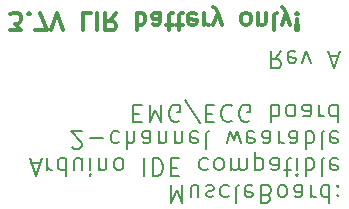
<source format=gbo>
G04 (created by PCBNEW (2013-05-31 BZR 4019)-stable) date 6/2/2014 4:22:05 PM*
%MOIN*%
G04 Gerber Fmt 3.4, Leading zero omitted, Abs format*
%FSLAX34Y34*%
G01*
G70*
G90*
G04 APERTURE LIST*
%ADD10C,0.00590551*%
%ADD11C,0.007*%
%ADD12C,0.011811*%
G04 APERTURE END LIST*
G54D10*
G54D11*
X85841Y-38810D02*
X85841Y-39401D01*
X86038Y-38979D01*
X86235Y-39401D01*
X86235Y-38810D01*
X86769Y-39204D02*
X86769Y-38810D01*
X86516Y-39204D02*
X86516Y-38895D01*
X86544Y-38839D01*
X86600Y-38810D01*
X86684Y-38810D01*
X86741Y-38839D01*
X86769Y-38867D01*
X87022Y-38839D02*
X87078Y-38810D01*
X87191Y-38810D01*
X87247Y-38839D01*
X87275Y-38895D01*
X87275Y-38923D01*
X87247Y-38979D01*
X87191Y-39007D01*
X87106Y-39007D01*
X87050Y-39035D01*
X87022Y-39092D01*
X87022Y-39120D01*
X87050Y-39176D01*
X87106Y-39204D01*
X87191Y-39204D01*
X87247Y-39176D01*
X87781Y-38839D02*
X87725Y-38810D01*
X87612Y-38810D01*
X87556Y-38839D01*
X87528Y-38867D01*
X87500Y-38923D01*
X87500Y-39092D01*
X87528Y-39148D01*
X87556Y-39176D01*
X87612Y-39204D01*
X87725Y-39204D01*
X87781Y-39176D01*
X88119Y-38810D02*
X88062Y-38839D01*
X88034Y-38895D01*
X88034Y-39401D01*
X88569Y-38839D02*
X88512Y-38810D01*
X88400Y-38810D01*
X88344Y-38839D01*
X88316Y-38895D01*
X88316Y-39120D01*
X88344Y-39176D01*
X88400Y-39204D01*
X88512Y-39204D01*
X88569Y-39176D01*
X88597Y-39120D01*
X88597Y-39064D01*
X88316Y-39007D01*
X89047Y-39120D02*
X89131Y-39092D01*
X89159Y-39064D01*
X89187Y-39007D01*
X89187Y-38923D01*
X89159Y-38867D01*
X89131Y-38839D01*
X89075Y-38810D01*
X88850Y-38810D01*
X88850Y-39401D01*
X89047Y-39401D01*
X89103Y-39373D01*
X89131Y-39345D01*
X89159Y-39289D01*
X89159Y-39232D01*
X89131Y-39176D01*
X89103Y-39148D01*
X89047Y-39120D01*
X88850Y-39120D01*
X89525Y-38810D02*
X89469Y-38839D01*
X89440Y-38867D01*
X89412Y-38923D01*
X89412Y-39092D01*
X89440Y-39148D01*
X89469Y-39176D01*
X89525Y-39204D01*
X89609Y-39204D01*
X89665Y-39176D01*
X89693Y-39148D01*
X89722Y-39092D01*
X89722Y-38923D01*
X89693Y-38867D01*
X89665Y-38839D01*
X89609Y-38810D01*
X89525Y-38810D01*
X90228Y-38810D02*
X90228Y-39120D01*
X90200Y-39176D01*
X90143Y-39204D01*
X90031Y-39204D01*
X89975Y-39176D01*
X90228Y-38839D02*
X90172Y-38810D01*
X90031Y-38810D01*
X89975Y-38839D01*
X89947Y-38895D01*
X89947Y-38951D01*
X89975Y-39007D01*
X90031Y-39035D01*
X90172Y-39035D01*
X90228Y-39064D01*
X90509Y-38810D02*
X90509Y-39204D01*
X90509Y-39092D02*
X90537Y-39148D01*
X90565Y-39176D01*
X90621Y-39204D01*
X90678Y-39204D01*
X91128Y-38810D02*
X91128Y-39401D01*
X91128Y-38839D02*
X91071Y-38810D01*
X90959Y-38810D01*
X90903Y-38839D01*
X90875Y-38867D01*
X90846Y-38923D01*
X90846Y-39092D01*
X90875Y-39148D01*
X90903Y-39176D01*
X90959Y-39204D01*
X91071Y-39204D01*
X91128Y-39176D01*
X91409Y-38867D02*
X91437Y-38839D01*
X91409Y-38810D01*
X91381Y-38839D01*
X91409Y-38867D01*
X91409Y-38810D01*
X91409Y-39176D02*
X91437Y-39148D01*
X91409Y-39120D01*
X91381Y-39148D01*
X91409Y-39176D01*
X91409Y-39120D01*
X81201Y-38082D02*
X81482Y-38082D01*
X81145Y-37914D02*
X81341Y-38504D01*
X81538Y-37914D01*
X81735Y-37914D02*
X81735Y-38307D01*
X81735Y-38195D02*
X81763Y-38251D01*
X81791Y-38279D01*
X81848Y-38307D01*
X81904Y-38307D01*
X82354Y-37914D02*
X82354Y-38504D01*
X82354Y-37942D02*
X82298Y-37914D01*
X82185Y-37914D01*
X82129Y-37942D01*
X82101Y-37970D01*
X82073Y-38026D01*
X82073Y-38195D01*
X82101Y-38251D01*
X82129Y-38279D01*
X82185Y-38307D01*
X82298Y-38307D01*
X82354Y-38279D01*
X82888Y-38307D02*
X82888Y-37914D01*
X82635Y-38307D02*
X82635Y-37998D01*
X82663Y-37942D01*
X82719Y-37914D01*
X82804Y-37914D01*
X82860Y-37942D01*
X82888Y-37970D01*
X83169Y-37914D02*
X83169Y-38307D01*
X83169Y-38504D02*
X83141Y-38476D01*
X83169Y-38448D01*
X83197Y-38476D01*
X83169Y-38504D01*
X83169Y-38448D01*
X83451Y-38307D02*
X83451Y-37914D01*
X83451Y-38251D02*
X83479Y-38279D01*
X83535Y-38307D01*
X83619Y-38307D01*
X83675Y-38279D01*
X83704Y-38223D01*
X83704Y-37914D01*
X84069Y-37914D02*
X84013Y-37942D01*
X83985Y-37970D01*
X83957Y-38026D01*
X83957Y-38195D01*
X83985Y-38251D01*
X84013Y-38279D01*
X84069Y-38307D01*
X84154Y-38307D01*
X84210Y-38279D01*
X84238Y-38251D01*
X84266Y-38195D01*
X84266Y-38026D01*
X84238Y-37970D01*
X84210Y-37942D01*
X84154Y-37914D01*
X84069Y-37914D01*
X84969Y-37914D02*
X84969Y-38504D01*
X85250Y-37914D02*
X85250Y-38504D01*
X85391Y-38504D01*
X85475Y-38476D01*
X85532Y-38420D01*
X85560Y-38364D01*
X85588Y-38251D01*
X85588Y-38167D01*
X85560Y-38054D01*
X85532Y-37998D01*
X85475Y-37942D01*
X85391Y-37914D01*
X85250Y-37914D01*
X85841Y-38223D02*
X86038Y-38223D01*
X86122Y-37914D02*
X85841Y-37914D01*
X85841Y-38504D01*
X86122Y-38504D01*
X87078Y-37942D02*
X87022Y-37914D01*
X86909Y-37914D01*
X86853Y-37942D01*
X86825Y-37970D01*
X86797Y-38026D01*
X86797Y-38195D01*
X86825Y-38251D01*
X86853Y-38279D01*
X86909Y-38307D01*
X87022Y-38307D01*
X87078Y-38279D01*
X87416Y-37914D02*
X87359Y-37942D01*
X87331Y-37970D01*
X87303Y-38026D01*
X87303Y-38195D01*
X87331Y-38251D01*
X87359Y-38279D01*
X87416Y-38307D01*
X87500Y-38307D01*
X87556Y-38279D01*
X87584Y-38251D01*
X87612Y-38195D01*
X87612Y-38026D01*
X87584Y-37970D01*
X87556Y-37942D01*
X87500Y-37914D01*
X87416Y-37914D01*
X87866Y-37914D02*
X87866Y-38307D01*
X87866Y-38251D02*
X87894Y-38279D01*
X87950Y-38307D01*
X88034Y-38307D01*
X88091Y-38279D01*
X88119Y-38223D01*
X88119Y-37914D01*
X88119Y-38223D02*
X88147Y-38279D01*
X88203Y-38307D01*
X88287Y-38307D01*
X88344Y-38279D01*
X88372Y-38223D01*
X88372Y-37914D01*
X88653Y-38307D02*
X88653Y-37717D01*
X88653Y-38279D02*
X88709Y-38307D01*
X88822Y-38307D01*
X88878Y-38279D01*
X88906Y-38251D01*
X88934Y-38195D01*
X88934Y-38026D01*
X88906Y-37970D01*
X88878Y-37942D01*
X88822Y-37914D01*
X88709Y-37914D01*
X88653Y-37942D01*
X89440Y-37914D02*
X89440Y-38223D01*
X89412Y-38279D01*
X89356Y-38307D01*
X89244Y-38307D01*
X89187Y-38279D01*
X89440Y-37942D02*
X89384Y-37914D01*
X89244Y-37914D01*
X89187Y-37942D01*
X89159Y-37998D01*
X89159Y-38054D01*
X89187Y-38111D01*
X89244Y-38139D01*
X89384Y-38139D01*
X89440Y-38167D01*
X89637Y-38307D02*
X89862Y-38307D01*
X89722Y-38504D02*
X89722Y-37998D01*
X89750Y-37942D01*
X89806Y-37914D01*
X89862Y-37914D01*
X90059Y-37914D02*
X90059Y-38307D01*
X90059Y-38504D02*
X90031Y-38476D01*
X90059Y-38448D01*
X90087Y-38476D01*
X90059Y-38504D01*
X90059Y-38448D01*
X90340Y-37914D02*
X90340Y-38504D01*
X90340Y-38279D02*
X90397Y-38307D01*
X90509Y-38307D01*
X90565Y-38279D01*
X90593Y-38251D01*
X90621Y-38195D01*
X90621Y-38026D01*
X90593Y-37970D01*
X90565Y-37942D01*
X90509Y-37914D01*
X90397Y-37914D01*
X90340Y-37942D01*
X90959Y-37914D02*
X90903Y-37942D01*
X90875Y-37998D01*
X90875Y-38504D01*
X91409Y-37942D02*
X91353Y-37914D01*
X91240Y-37914D01*
X91184Y-37942D01*
X91156Y-37998D01*
X91156Y-38223D01*
X91184Y-38279D01*
X91240Y-38307D01*
X91353Y-38307D01*
X91409Y-38279D01*
X91437Y-38223D01*
X91437Y-38167D01*
X91156Y-38111D01*
X82551Y-37551D02*
X82579Y-37579D01*
X82635Y-37607D01*
X82776Y-37607D01*
X82832Y-37579D01*
X82860Y-37551D01*
X82888Y-37495D01*
X82888Y-37439D01*
X82860Y-37354D01*
X82523Y-37017D01*
X82888Y-37017D01*
X83141Y-37242D02*
X83591Y-37242D01*
X84125Y-37045D02*
X84069Y-37017D01*
X83957Y-37017D01*
X83900Y-37045D01*
X83872Y-37073D01*
X83844Y-37129D01*
X83844Y-37298D01*
X83872Y-37354D01*
X83900Y-37383D01*
X83957Y-37411D01*
X84069Y-37411D01*
X84125Y-37383D01*
X84379Y-37017D02*
X84379Y-37607D01*
X84632Y-37017D02*
X84632Y-37326D01*
X84603Y-37383D01*
X84547Y-37411D01*
X84463Y-37411D01*
X84407Y-37383D01*
X84379Y-37354D01*
X85166Y-37017D02*
X85166Y-37326D01*
X85138Y-37383D01*
X85082Y-37411D01*
X84969Y-37411D01*
X84913Y-37383D01*
X85166Y-37045D02*
X85110Y-37017D01*
X84969Y-37017D01*
X84913Y-37045D01*
X84885Y-37101D01*
X84885Y-37158D01*
X84913Y-37214D01*
X84969Y-37242D01*
X85110Y-37242D01*
X85166Y-37270D01*
X85447Y-37411D02*
X85447Y-37017D01*
X85447Y-37354D02*
X85475Y-37383D01*
X85532Y-37411D01*
X85616Y-37411D01*
X85672Y-37383D01*
X85700Y-37326D01*
X85700Y-37017D01*
X85981Y-37411D02*
X85981Y-37017D01*
X85981Y-37354D02*
X86010Y-37383D01*
X86066Y-37411D01*
X86150Y-37411D01*
X86206Y-37383D01*
X86235Y-37326D01*
X86235Y-37017D01*
X86741Y-37045D02*
X86684Y-37017D01*
X86572Y-37017D01*
X86516Y-37045D01*
X86488Y-37101D01*
X86488Y-37326D01*
X86516Y-37383D01*
X86572Y-37411D01*
X86684Y-37411D01*
X86741Y-37383D01*
X86769Y-37326D01*
X86769Y-37270D01*
X86488Y-37214D01*
X87106Y-37017D02*
X87050Y-37045D01*
X87022Y-37101D01*
X87022Y-37607D01*
X87725Y-37411D02*
X87837Y-37017D01*
X87950Y-37298D01*
X88062Y-37017D01*
X88175Y-37411D01*
X88625Y-37045D02*
X88569Y-37017D01*
X88456Y-37017D01*
X88400Y-37045D01*
X88372Y-37101D01*
X88372Y-37326D01*
X88400Y-37383D01*
X88456Y-37411D01*
X88569Y-37411D01*
X88625Y-37383D01*
X88653Y-37326D01*
X88653Y-37270D01*
X88372Y-37214D01*
X89159Y-37017D02*
X89159Y-37326D01*
X89131Y-37383D01*
X89075Y-37411D01*
X88962Y-37411D01*
X88906Y-37383D01*
X89159Y-37045D02*
X89103Y-37017D01*
X88962Y-37017D01*
X88906Y-37045D01*
X88878Y-37101D01*
X88878Y-37158D01*
X88906Y-37214D01*
X88962Y-37242D01*
X89103Y-37242D01*
X89159Y-37270D01*
X89440Y-37017D02*
X89440Y-37411D01*
X89440Y-37298D02*
X89469Y-37354D01*
X89497Y-37383D01*
X89553Y-37411D01*
X89609Y-37411D01*
X90059Y-37017D02*
X90059Y-37326D01*
X90031Y-37383D01*
X89975Y-37411D01*
X89862Y-37411D01*
X89806Y-37383D01*
X90059Y-37045D02*
X90003Y-37017D01*
X89862Y-37017D01*
X89806Y-37045D01*
X89778Y-37101D01*
X89778Y-37158D01*
X89806Y-37214D01*
X89862Y-37242D01*
X90003Y-37242D01*
X90059Y-37270D01*
X90340Y-37017D02*
X90340Y-37607D01*
X90340Y-37383D02*
X90397Y-37411D01*
X90509Y-37411D01*
X90565Y-37383D01*
X90593Y-37354D01*
X90621Y-37298D01*
X90621Y-37129D01*
X90593Y-37073D01*
X90565Y-37045D01*
X90509Y-37017D01*
X90397Y-37017D01*
X90340Y-37045D01*
X90959Y-37017D02*
X90903Y-37045D01*
X90875Y-37101D01*
X90875Y-37607D01*
X91409Y-37045D02*
X91353Y-37017D01*
X91240Y-37017D01*
X91184Y-37045D01*
X91156Y-37101D01*
X91156Y-37326D01*
X91184Y-37383D01*
X91240Y-37411D01*
X91353Y-37411D01*
X91409Y-37383D01*
X91437Y-37326D01*
X91437Y-37270D01*
X91156Y-37214D01*
X84603Y-36429D02*
X84800Y-36429D01*
X84885Y-36120D02*
X84603Y-36120D01*
X84603Y-36711D01*
X84885Y-36711D01*
X85138Y-36120D02*
X85138Y-36711D01*
X85335Y-36289D01*
X85532Y-36711D01*
X85532Y-36120D01*
X86122Y-36683D02*
X86066Y-36711D01*
X85981Y-36711D01*
X85897Y-36683D01*
X85841Y-36626D01*
X85813Y-36570D01*
X85785Y-36458D01*
X85785Y-36373D01*
X85813Y-36261D01*
X85841Y-36205D01*
X85897Y-36148D01*
X85981Y-36120D01*
X86038Y-36120D01*
X86122Y-36148D01*
X86150Y-36176D01*
X86150Y-36373D01*
X86038Y-36373D01*
X86825Y-36739D02*
X86319Y-35980D01*
X87022Y-36429D02*
X87219Y-36429D01*
X87303Y-36120D02*
X87022Y-36120D01*
X87022Y-36711D01*
X87303Y-36711D01*
X87894Y-36176D02*
X87866Y-36148D01*
X87781Y-36120D01*
X87725Y-36120D01*
X87641Y-36148D01*
X87584Y-36205D01*
X87556Y-36261D01*
X87528Y-36373D01*
X87528Y-36458D01*
X87556Y-36570D01*
X87584Y-36626D01*
X87641Y-36683D01*
X87725Y-36711D01*
X87781Y-36711D01*
X87866Y-36683D01*
X87894Y-36654D01*
X88456Y-36683D02*
X88400Y-36711D01*
X88316Y-36711D01*
X88231Y-36683D01*
X88175Y-36626D01*
X88147Y-36570D01*
X88119Y-36458D01*
X88119Y-36373D01*
X88147Y-36261D01*
X88175Y-36205D01*
X88231Y-36148D01*
X88316Y-36120D01*
X88372Y-36120D01*
X88456Y-36148D01*
X88484Y-36176D01*
X88484Y-36373D01*
X88372Y-36373D01*
X89187Y-36120D02*
X89187Y-36711D01*
X89187Y-36486D02*
X89244Y-36514D01*
X89356Y-36514D01*
X89412Y-36486D01*
X89440Y-36458D01*
X89469Y-36401D01*
X89469Y-36233D01*
X89440Y-36176D01*
X89412Y-36148D01*
X89356Y-36120D01*
X89244Y-36120D01*
X89187Y-36148D01*
X89806Y-36120D02*
X89750Y-36148D01*
X89722Y-36176D01*
X89693Y-36233D01*
X89693Y-36401D01*
X89722Y-36458D01*
X89750Y-36486D01*
X89806Y-36514D01*
X89890Y-36514D01*
X89947Y-36486D01*
X89975Y-36458D01*
X90003Y-36401D01*
X90003Y-36233D01*
X89975Y-36176D01*
X89947Y-36148D01*
X89890Y-36120D01*
X89806Y-36120D01*
X90509Y-36120D02*
X90509Y-36429D01*
X90481Y-36486D01*
X90425Y-36514D01*
X90312Y-36514D01*
X90256Y-36486D01*
X90509Y-36148D02*
X90453Y-36120D01*
X90312Y-36120D01*
X90256Y-36148D01*
X90228Y-36205D01*
X90228Y-36261D01*
X90256Y-36317D01*
X90312Y-36345D01*
X90453Y-36345D01*
X90509Y-36373D01*
X90790Y-36120D02*
X90790Y-36514D01*
X90790Y-36401D02*
X90818Y-36458D01*
X90846Y-36486D01*
X90903Y-36514D01*
X90959Y-36514D01*
X91409Y-36120D02*
X91409Y-36711D01*
X91409Y-36148D02*
X91353Y-36120D01*
X91240Y-36120D01*
X91184Y-36148D01*
X91156Y-36176D01*
X91128Y-36233D01*
X91128Y-36401D01*
X91156Y-36458D01*
X91184Y-36486D01*
X91240Y-36514D01*
X91353Y-36514D01*
X91409Y-36486D01*
X89525Y-34327D02*
X89328Y-34608D01*
X89187Y-34327D02*
X89187Y-34917D01*
X89412Y-34917D01*
X89469Y-34889D01*
X89497Y-34861D01*
X89525Y-34805D01*
X89525Y-34720D01*
X89497Y-34664D01*
X89469Y-34636D01*
X89412Y-34608D01*
X89187Y-34608D01*
X90003Y-34355D02*
X89947Y-34327D01*
X89834Y-34327D01*
X89778Y-34355D01*
X89750Y-34411D01*
X89750Y-34636D01*
X89778Y-34692D01*
X89834Y-34720D01*
X89947Y-34720D01*
X90003Y-34692D01*
X90031Y-34636D01*
X90031Y-34580D01*
X89750Y-34523D01*
X90228Y-34720D02*
X90368Y-34327D01*
X90509Y-34720D01*
X91156Y-34495D02*
X91437Y-34495D01*
X91100Y-34327D02*
X91296Y-34917D01*
X91493Y-34327D01*
G54D12*
X80491Y-33651D02*
X80856Y-33651D01*
X80659Y-33426D01*
X80744Y-33426D01*
X80800Y-33398D01*
X80828Y-33370D01*
X80856Y-33314D01*
X80856Y-33173D01*
X80828Y-33117D01*
X80800Y-33089D01*
X80744Y-33060D01*
X80575Y-33060D01*
X80519Y-33089D01*
X80491Y-33117D01*
X81109Y-33117D02*
X81138Y-33089D01*
X81109Y-33060D01*
X81081Y-33089D01*
X81109Y-33117D01*
X81109Y-33060D01*
X81334Y-33651D02*
X81728Y-33651D01*
X81475Y-33060D01*
X81869Y-33651D02*
X82066Y-33060D01*
X82262Y-33651D01*
X83190Y-33060D02*
X82909Y-33060D01*
X82909Y-33651D01*
X83387Y-33060D02*
X83387Y-33651D01*
X84006Y-33060D02*
X83809Y-33342D01*
X83668Y-33060D02*
X83668Y-33651D01*
X83893Y-33651D01*
X83950Y-33623D01*
X83978Y-33595D01*
X84006Y-33539D01*
X84006Y-33454D01*
X83978Y-33398D01*
X83950Y-33370D01*
X83893Y-33342D01*
X83668Y-33342D01*
X84709Y-33060D02*
X84709Y-33651D01*
X84709Y-33426D02*
X84765Y-33454D01*
X84878Y-33454D01*
X84934Y-33426D01*
X84962Y-33398D01*
X84990Y-33342D01*
X84990Y-33173D01*
X84962Y-33117D01*
X84934Y-33089D01*
X84878Y-33060D01*
X84765Y-33060D01*
X84709Y-33089D01*
X85496Y-33060D02*
X85496Y-33370D01*
X85468Y-33426D01*
X85412Y-33454D01*
X85300Y-33454D01*
X85243Y-33426D01*
X85496Y-33089D02*
X85440Y-33060D01*
X85300Y-33060D01*
X85243Y-33089D01*
X85215Y-33145D01*
X85215Y-33201D01*
X85243Y-33257D01*
X85300Y-33285D01*
X85440Y-33285D01*
X85496Y-33314D01*
X85693Y-33454D02*
X85918Y-33454D01*
X85778Y-33651D02*
X85778Y-33145D01*
X85806Y-33089D01*
X85862Y-33060D01*
X85918Y-33060D01*
X86031Y-33454D02*
X86256Y-33454D01*
X86115Y-33651D02*
X86115Y-33145D01*
X86143Y-33089D01*
X86199Y-33060D01*
X86256Y-33060D01*
X86677Y-33089D02*
X86621Y-33060D01*
X86509Y-33060D01*
X86452Y-33089D01*
X86424Y-33145D01*
X86424Y-33370D01*
X86452Y-33426D01*
X86509Y-33454D01*
X86621Y-33454D01*
X86677Y-33426D01*
X86706Y-33370D01*
X86706Y-33314D01*
X86424Y-33257D01*
X86959Y-33060D02*
X86959Y-33454D01*
X86959Y-33342D02*
X86987Y-33398D01*
X87015Y-33426D01*
X87071Y-33454D01*
X87127Y-33454D01*
X87268Y-33454D02*
X87409Y-33060D01*
X87549Y-33454D02*
X87409Y-33060D01*
X87352Y-32920D01*
X87324Y-32892D01*
X87268Y-32864D01*
X88308Y-33060D02*
X88252Y-33089D01*
X88224Y-33117D01*
X88196Y-33173D01*
X88196Y-33342D01*
X88224Y-33398D01*
X88252Y-33426D01*
X88308Y-33454D01*
X88393Y-33454D01*
X88449Y-33426D01*
X88477Y-33398D01*
X88505Y-33342D01*
X88505Y-33173D01*
X88477Y-33117D01*
X88449Y-33089D01*
X88393Y-33060D01*
X88308Y-33060D01*
X88758Y-33454D02*
X88758Y-33060D01*
X88758Y-33398D02*
X88787Y-33426D01*
X88843Y-33454D01*
X88927Y-33454D01*
X88983Y-33426D01*
X89012Y-33370D01*
X89012Y-33060D01*
X89377Y-33060D02*
X89321Y-33089D01*
X89293Y-33145D01*
X89293Y-33651D01*
X89546Y-33454D02*
X89686Y-33060D01*
X89827Y-33454D02*
X89686Y-33060D01*
X89630Y-32920D01*
X89602Y-32892D01*
X89546Y-32864D01*
X90052Y-33117D02*
X90080Y-33089D01*
X90052Y-33060D01*
X90024Y-33089D01*
X90052Y-33117D01*
X90052Y-33060D01*
X90052Y-33285D02*
X90024Y-33623D01*
X90052Y-33651D01*
X90080Y-33623D01*
X90052Y-33285D01*
X90052Y-33651D01*
M02*

</source>
